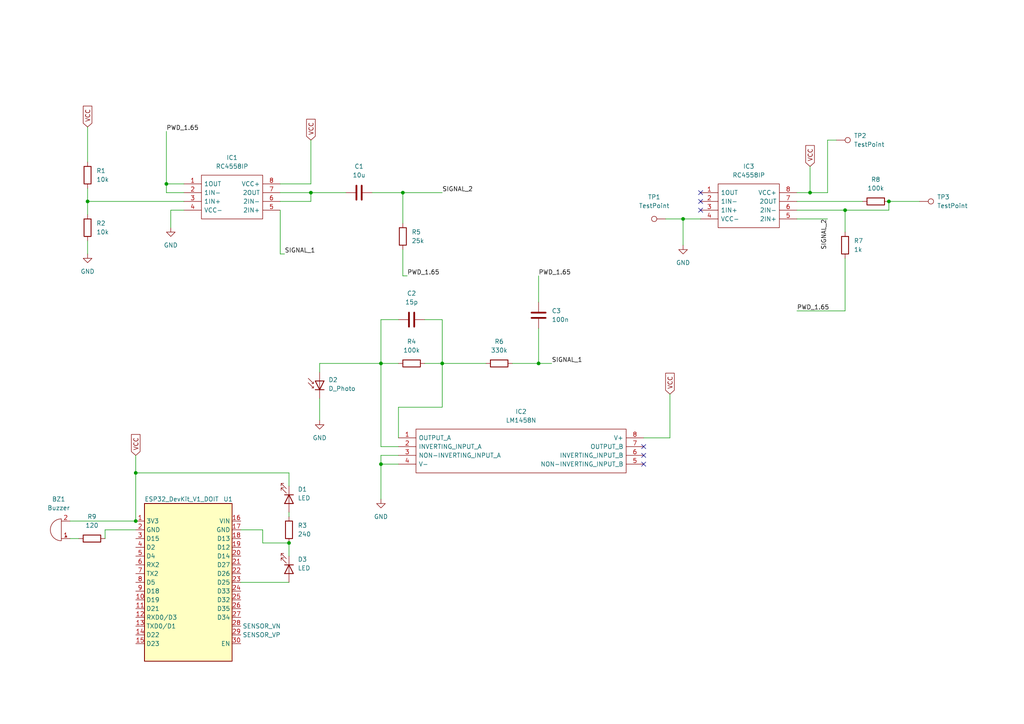
<source format=kicad_sch>
(kicad_sch (version 20211123) (generator eeschema)
  (paper "A4")
  (lib_symbols
    (symbol "Connector:TestPoint" (pin_numbers hide) (pin_names (offset 0.762) hide)
      (property "Reference" "TP" (at 0 6.858 0))
      (property "Value" "TestPoint" (at 0 5.08 0))
      (symbol "TestPoint_0_1"
        (circle (center 0 3.302) (radius 0.762))
      )
      (symbol "TestPoint_1_1"
        (pin passive line (at 0 0 90) (length 2.54) (name "1") (number "1"))
      )
    )
    (symbol "Device:Buzzer" (pin_names (offset 0.0254) hide)
      (property "Reference" "BZ" (at 3.81 1.27 0))
      (property "Value" "Buzzer" (at 3.81 -1.27 0))
      (symbol "Buzzer_0_1"
        (arc (start 0 -3.175) (mid 3.175 0) (end 0 3.175))
        (polyline (pts (xy -1.651 1.905) (xy -1.143 1.905)))
        (polyline (pts (xy -1.397 2.159) (xy -1.397 1.651)))
        (polyline (pts (xy 0 3.175) (xy 0 -3.175)))
      )
      (symbol "Buzzer_1_1"
        (pin passive line (at -2.54 2.54 0) (length 2.54) (name "-") (number "1"))
        (pin passive line (at -2.54 -2.54 0) (length 2.54) (name "+") (number "2"))
      )
    )
    (symbol "Device:C" (pin_numbers hide) (pin_names (offset 0.254))
      (property "Reference" "C" (at 0.635 2.54 0))
      (property "Value" "C" (at 0.635 -2.54 0))
      (symbol "C_0_1"
        (polyline (pts (xy -2.032 -0.762) (xy 2.032 -0.762)) (stroke (width 0.508)))
        (polyline (pts (xy -2.032 0.762) (xy 2.032 0.762)) (stroke (width 0.508)))
      )
      (symbol "C_1_1"
        (pin passive line (at 0 3.81 270) (length 2.794) (name "~") (number "1"))
        (pin passive line (at 0 -3.81 90) (length 2.794) (name "~") (number "2"))
      )
    )
    (symbol "Device:D_Photo" (pin_numbers hide) (pin_names hide)
      (property "Reference" "D" (at 0.508 1.778 0))
      (property "Value" "D_Photo" (at -1.016 -2.794 0))
      (symbol "D_Photo_0_1"
        (polyline (pts (xy -2.54 1.27) (xy -2.54 -1.27)) (stroke (width 0.254)))
        (polyline (pts (xy -2.032 1.778) (xy -1.524 1.778)))
        (polyline (pts (xy 0 0) (xy -2.54 0)))
        (polyline (pts (xy -0.508 3.302) (xy -2.032 1.778) (xy -2.032 2.286)))
        (polyline (pts (xy 0 -1.27) (xy 0 1.27) (xy -2.54 0) (xy 0 -1.27)) (stroke (width 0.254)))
        (polyline (pts (xy 0.762 3.302) (xy -0.762 1.778) (xy -0.762 2.286) (xy -0.762 1.778) (xy -0.254 1.778)))
      )
      (symbol "D_Photo_1_1"
        (pin passive line (at -5.08 0 0) (length 2.54) (name "K") (number "1"))
        (pin passive line (at 2.54 0 180) (length 2.54) (name "A") (number "2"))
      )
    )
    (symbol "Device:LED" (pin_numbers hide) (pin_names (offset 1.016) hide)
      (property "Reference" "D" (at 0 2.54 0))
      (property "Value" "LED" (at 0 -2.54 0))
      (symbol "LED_0_1"
        (polyline (pts (xy -1.27 -1.27) (xy -1.27 1.27)) (stroke (width 0.254)))
        (polyline (pts (xy -1.27 0) (xy 1.27 0)))
        (polyline (pts (xy 1.27 -1.27) (xy 1.27 1.27) (xy -1.27 0) (xy 1.27 -1.27)) (stroke (width 0.254)))
        (polyline (pts (xy -3.048 -0.762) (xy -4.572 -2.286) (xy -3.81 -2.286) (xy -4.572 -2.286) (xy -4.572 -1.524)))
        (polyline (pts (xy -1.778 -0.762) (xy -3.302 -2.286) (xy -2.54 -2.286) (xy -3.302 -2.286) (xy -3.302 -1.524)))
      )
      (symbol "LED_1_1"
        (pin passive line (at -3.81 0 0) (length 2.54) (name "K") (number "1"))
        (pin passive line (at 3.81 0 180) (length 2.54) (name "A") (number "2"))
      )
    )
    (symbol "Device:R" (pin_numbers hide) (pin_names (offset 0))
      (property "Reference" "R" (at 2.032 0 90))
      (property "Value" "R" (at 0 0 90))
      (symbol "R_0_1"
        (rectangle (start -1.016 -2.54) (end 1.016 2.54) (stroke (width 0.254)))
      )
      (symbol "R_1_1"
        (pin passive line (at 0 3.81 270) (length 1.27) (name "~") (number "1"))
        (pin passive line (at 0 -3.81 90) (length 1.27) (name "~") (number "2"))
      )
    )
    (symbol "LM1458N:LM1458N" (pin_names (offset 0.762))
      (property "Reference" "IC" (at 67.31 7.62 0))
      (property "Value" "LM1458N" (at 67.31 5.08 0))
      (symbol "LM1458N_0_0"
        (pin passive line (at 0 0 0) (length 5.08) (name "OUTPUT_A") (number "1"))
        (pin passive line (at 0 -2.54 0) (length 5.08) (name "INVERTING_INPUT_A") (number "2"))
        (pin passive line (at 0 -5.08 0) (length 5.08) (name "NON-INVERTING_INPUT_A") (number "3"))
        (pin passive line (at 0 -7.62 0) (length 5.08) (name "V-") (number "4"))
        (pin passive line (at 71.12 -7.62 180) (length 5.08) (name "NON-INVERTING_INPUT_B") (number "5"))
        (pin passive line (at 71.12 -5.08 180) (length 5.08) (name "INVERTING_INPUT_B") (number "6"))
        (pin passive line (at 71.12 -2.54 180) (length 5.08) (name "OUTPUT_B") (number "7"))
        (pin passive line (at 71.12 0 180) (length 5.08) (name "V+") (number "8"))
      )
      (symbol "LM1458N_0_1"
        (polyline (pts (xy 5.08 2.54) (xy 66.04 2.54) (xy 66.04 -10.16) (xy 5.08 -10.16) (xy 5.08 2.54)) (stroke (width 0.1524)))
      )
    )
    (symbol "RC4558IP:RC4558IP" (pin_names (offset 0.762))
      (property "Reference" "IC" (at 24.13 7.62 0))
      (property "Value" "RC4558IP" (at 24.13 5.08 0))
      (symbol "RC4558IP_0_0"
        (pin passive line (at 0 0 0) (length 5.08) (name "1OUT") (number "1"))
        (pin passive line (at 0 -2.54 0) (length 5.08) (name "1IN-") (number "2"))
        (pin passive line (at 0 -5.08 0) (length 5.08) (name "1IN+") (number "3"))
        (pin passive line (at 0 -7.62 0) (length 5.08) (name "VCC-") (number "4"))
        (pin passive line (at 27.94 -7.62 180) (length 5.08) (name "2IN+") (number "5"))
        (pin passive line (at 27.94 -5.08 180) (length 5.08) (name "2IN-") (number "6"))
        (pin passive line (at 27.94 -2.54 180) (length 5.08) (name "2OUT") (number "7"))
        (pin passive line (at 27.94 0 180) (length 5.08) (name "VCC+") (number "8"))
      )
      (symbol "RC4558IP_0_1"
        (polyline (pts (xy 5.08 2.54) (xy 22.86 2.54) (xy 22.86 -10.16) (xy 5.08 -10.16) (xy 5.08 2.54)) (stroke (width 0.1524)))
      )
    )
    (symbol "esp32_devkit_v1_doit:ESP32_DevKit_V1_DOIT"
      (property "Reference" "U?" (at 10.16 34.29 0))
      (property "Value" "ESP32_DevKit_V1_DOIT" (at -12.7 34.29 0))
      (symbol "ESP32_DevKit_V1_DOIT_1_1"
        (rectangle (start -12.7 33.02) (end 12.7 -12.7) (stroke (width 0.254)) (fill (type background)))
        (pin power_in line (at -15.24 27.94 0) (length 2.54) (name "3V3") (number "1"))
        (pin bidirectional line (at -15.24 5.08 0) (length 2.54) (name "D19") (number "10"))
        (pin bidirectional line (at -15.24 2.54 0) (length 2.54) (name "D21") (number "11"))
        (pin bidirectional line (at -15.24 0 0) (length 2.54) (name "RXD0/D3") (number "12"))
        (pin bidirectional line (at -15.24 -2.54 0) (length 2.54) (name "TXD0/D1") (number "13"))
        (pin bidirectional line (at -15.24 -5.08 0) (length 2.54) (name "D22") (number "14"))
        (pin bidirectional line (at -15.24 -7.62 0) (length 2.54) (name "D23") (number "15"))
        (pin power_in line (at 15.24 27.94 180) (length 2.54) (name "VIN") (number "16"))
        (pin power_in line (at 15.24 25.4 180) (length 2.54) (name "GND") (number "17"))
        (pin bidirectional line (at 15.24 22.86 180) (length 2.54) (name "D13") (number "18"))
        (pin bidirectional line (at 15.24 20.32 180) (length 2.54) (name "D12") (number "19"))
        (pin power_in line (at -15.24 25.4 0) (length 2.54) (name "GND") (number "2"))
        (pin bidirectional line (at 15.24 17.78 180) (length 2.54) (name "D14") (number "20"))
        (pin bidirectional line (at 15.24 15.24 180) (length 2.54) (name "D27") (number "21"))
        (pin bidirectional line (at 15.24 12.7 180) (length 2.54) (name "D26") (number "22"))
        (pin bidirectional line (at 15.24 10.16 180) (length 2.54) (name "D25") (number "23"))
        (pin bidirectional line (at 15.24 7.62 180) (length 2.54) (name "D33") (number "24"))
        (pin bidirectional line (at 15.24 5.08 180) (length 2.54) (name "D32") (number "25"))
        (pin input line (at 15.24 2.54 180) (length 2.54) (name "D35") (number "26"))
        (pin input line (at 15.24 0 180) (length 2.54) (name "D34") (number "27"))
        (pin input line (at 12.7 -2.54 0) (length 2.54) (name "SENSOR_VN") (number "28"))
        (pin input line (at 12.7 -5.08 0) (length 2.54) (name "SENSOR_VP") (number "29"))
        (pin bidirectional line (at -15.24 22.86 0) (length 2.54) (name "D15") (number "3"))
        (pin input line (at 15.24 -7.62 180) (length 2.54) (name "EN") (number "30"))
        (pin bidirectional line (at -15.24 20.32 0) (length 2.54) (name "D2") (number "4"))
        (pin bidirectional line (at -15.24 17.78 0) (length 2.54) (name "D4") (number "5"))
        (pin bidirectional line (at -15.24 15.24 0) (length 2.54) (name "RX2") (number "6"))
        (pin bidirectional line (at -15.24 12.7 0) (length 2.54) (name "TX2") (number "7"))
        (pin bidirectional line (at -15.24 10.16 0) (length 2.54) (name "D5") (number "8"))
        (pin bidirectional line (at -15.24 7.62 0) (length 2.54) (name "D18") (number "9"))
      )
    )
    (symbol "power:GND" (power) (pin_names (offset 0))
      (property "Value" "GND" (at 0 -3.81 0))
      (symbol "GND_0_1"
        (polyline (pts (xy 0 0) (xy 0 -1.27) (xy 1.27 -1.27) (xy 0 -2.54) (xy -1.27 -1.27) (xy 0 -1.27)))
      )
      (symbol "GND_1_1"
        (pin power_in line (at 0 0 270) (length 0) hide (name "GND") (number "1"))
      )
    )
  )
  (junction (at 116.84 55.88))
  (junction (at 39.37 151.13))
  (junction (at 110.49 105.41))
  (junction (at 234.95 55.88))
  (junction (at 245.11 60.96))
  (junction (at 83.82 157.48))
  (junction (at 198.12 63.5))
  (junction (at 128.27 105.41))
  (junction (at 156.21 105.41))
  (junction (at 48.26 53.34))
  (junction (at 257.81 58.42))
  (junction (at 39.37 137.16))
  (junction (at 25.4 58.42))
  (junction (at 90.17 55.88))
  (junction (at 110.49 134.62))
  (no_connect (at 186.69 129.54))
  (no_connect (at 186.69 134.62))
  (no_connect (at 186.69 132.08))
  (no_connect (at 203.2 55.88))
  (no_connect (at 203.2 58.42))
  (no_connect (at 203.2 60.96))
  (wire (pts (xy 231.14 55.88) (xy 234.95 55.88)))
  (wire (pts (xy 76.2 157.48) (xy 76.2 153.67)))
  (wire (pts (xy 245.11 60.96) (xy 245.11 67.31)))
  (wire (pts (xy 116.84 80.01) (xy 118.11 80.01)))
  (wire (pts (xy 90.17 55.88) (xy 100.33 55.88)))
  (wire (pts (xy 123.19 92.71) (xy 128.27 92.71)))
  (wire (pts (xy 25.4 36.83) (xy 25.4 46.99)))
  (wire (pts (xy 203.2 63.5) (xy 198.12 63.5)))
  (wire (pts (xy 49.53 60.96) (xy 53.34 60.96)))
  (wire (pts (xy 76.2 153.67) (xy 69.85 153.67)))
  (wire (pts (xy 81.28 73.66) (xy 82.55 73.66)))
  (wire (pts (xy 115.57 105.41) (xy 110.49 105.41)))
  (wire (pts (xy 115.57 118.11) (xy 128.27 118.11)))
  (wire (pts (xy 107.95 55.88) (xy 116.84 55.88)))
  (wire (pts (xy 90.17 55.88) (xy 90.17 58.42)))
  (wire (pts (xy 240.03 40.64) (xy 240.03 55.88)))
  (wire (pts (xy 193.04 63.5) (xy 198.12 63.5)))
  (wire (pts (xy 231.14 63.5) (xy 240.03 63.5)))
  (wire (pts (xy 128.27 105.41) (xy 128.27 118.11)))
  (wire (pts (xy 83.82 157.48) (xy 83.82 161.29)))
  (wire (pts (xy 110.49 134.62) (xy 115.57 134.62)))
  (wire (pts (xy 110.49 134.62) (xy 110.49 144.78)))
  (wire (pts (xy 69.85 168.91) (xy 83.82 168.91)))
  (wire (pts (xy 245.11 60.96) (xy 257.81 60.96)))
  (wire (pts (xy 25.4 69.85) (xy 25.4 73.66)))
  (wire (pts (xy 128.27 105.41) (xy 128.27 92.71)))
  (wire (pts (xy 234.95 55.88) (xy 234.95 48.26)))
  (wire (pts (xy 92.71 105.41) (xy 110.49 105.41)))
  (wire (pts (xy 156.21 105.41) (xy 160.02 105.41)))
  (wire (pts (xy 49.53 60.96) (xy 49.53 66.04)))
  (wire (pts (xy 115.57 132.08) (xy 110.49 132.08)))
  (wire (pts (xy 245.11 90.17) (xy 245.11 74.93)))
  (wire (pts (xy 20.32 156.21) (xy 22.86 156.21)))
  (wire (pts (xy 92.71 107.95) (xy 92.71 105.41)))
  (wire (pts (xy 110.49 105.41) (xy 110.49 92.71)))
  (wire (pts (xy 257.81 58.42) (xy 266.7 58.42)))
  (wire (pts (xy 231.14 58.42) (xy 250.19 58.42)))
  (wire (pts (xy 39.37 151.13) (xy 39.37 137.16)))
  (wire (pts (xy 48.26 53.34) (xy 48.26 55.88)))
  (wire (pts (xy 39.37 132.08) (xy 39.37 137.16)))
  (wire (pts (xy 186.69 127) (xy 194.31 127)))
  (wire (pts (xy 83.82 148.59) (xy 83.82 149.86)))
  (wire (pts (xy 30.48 153.67) (xy 39.37 153.67)))
  (wire (pts (xy 30.48 156.21) (xy 30.48 153.67)))
  (wire (pts (xy 92.71 115.57) (xy 92.71 121.92)))
  (wire (pts (xy 115.57 127) (xy 115.57 118.11)))
  (wire (pts (xy 81.28 53.34) (xy 90.17 53.34)))
  (wire (pts (xy 53.34 55.88) (xy 48.26 55.88)))
  (wire (pts (xy 81.28 55.88) (xy 90.17 55.88)))
  (wire (pts (xy 110.49 105.41) (xy 110.49 129.54)))
  (wire (pts (xy 25.4 54.61) (xy 25.4 58.42)))
  (wire (pts (xy 83.82 157.48) (xy 76.2 157.48)))
  (wire (pts (xy 156.21 95.25) (xy 156.21 105.41)))
  (wire (pts (xy 116.84 72.39) (xy 116.84 80.01)))
  (wire (pts (xy 83.82 137.16) (xy 83.82 140.97)))
  (wire (pts (xy 128.27 105.41) (xy 140.97 105.41)))
  (wire (pts (xy 116.84 55.88) (xy 116.84 64.77)))
  (wire (pts (xy 194.31 127) (xy 194.31 114.3)))
  (wire (pts (xy 90.17 53.34) (xy 90.17 40.64)))
  (wire (pts (xy 148.59 105.41) (xy 156.21 105.41)))
  (wire (pts (xy 20.32 151.13) (xy 39.37 151.13)))
  (wire (pts (xy 234.95 55.88) (xy 240.03 55.88)))
  (wire (pts (xy 90.17 58.42) (xy 81.28 58.42)))
  (wire (pts (xy 123.19 105.41) (xy 128.27 105.41)))
  (wire (pts (xy 25.4 58.42) (xy 25.4 62.23)))
  (wire (pts (xy 116.84 55.88) (xy 128.27 55.88)))
  (wire (pts (xy 156.21 80.01) (xy 156.21 87.63)))
  (wire (pts (xy 25.4 58.42) (xy 53.34 58.42)))
  (wire (pts (xy 81.28 60.96) (xy 81.28 73.66)))
  (wire (pts (xy 48.26 53.34) (xy 53.34 53.34)))
  (wire (pts (xy 110.49 92.71) (xy 115.57 92.71)))
  (wire (pts (xy 110.49 132.08) (xy 110.49 134.62)))
  (wire (pts (xy 198.12 63.5) (xy 198.12 71.12)))
  (wire (pts (xy 242.57 40.64) (xy 240.03 40.64)))
  (wire (pts (xy 39.37 137.16) (xy 83.82 137.16)))
  (wire (pts (xy 231.14 90.17) (xy 245.11 90.17)))
  (wire (pts (xy 110.49 129.54) (xy 115.57 129.54)))
  (wire (pts (xy 48.26 38.1) (xy 48.26 53.34)))
  (wire (pts (xy 231.14 60.96) (xy 245.11 60.96)))
  (wire (pts (xy 257.81 60.96) (xy 257.81 58.42)))
  (label "PWD_1.65" (at 231.14 90.17 0))
  (label "PWD_1.65" (at 118.11 80.01 0))
  (label "SIGNAL_2" (at 240.03 63.5 270))
  (label "SIGNAL_1" (at 160.02 105.41 0))
  (label "SIGNAL_2" (at 128.27 55.88 0))
  (label "PWD_1.65" (at 156.21 80.01 0))
  (label "PWD_1.65" (at 48.26 38.1 0))
  (label "SIGNAL_1" (at 82.55 73.66 0))
  (global_label "VCC" (shape input) (at 25.4 36.83 90) (property "Referencias entre hojas" "${INTERSHEET_REFS}" (effects hide)))
  (global_label "VCC" (shape input) (at 90.17 40.64 90) (property "Referencias entre hojas" "${INTERSHEET_REFS}" (effects hide)))
  (global_label "VCC" (shape input) (at 194.31 114.3 90) (property "Referencias entre hojas" "${INTERSHEET_REFS}" (effects hide)))
  (global_label "VCC" (shape input) (at 234.95 48.26 90) (property "Referencias entre hojas" "${INTERSHEET_REFS}" (effects hide)))
  (global_label "VCC" (shape input) (at 39.37 132.08 90) (property "Referencias entre hojas" "${INTERSHEET_REFS}" (effects hide)))
  (symbol (lib_id "Device:LED") (at 83.82 165.1 270) (unit 1)
    (property "Reference" "D3" (at 86.36 162.2424 90) (effects (justify left)))
    (property "Value" "LED" (at 86.36 164.7824 90) (effects (justify left)))
    (property "Footprint" "LED_THT:LED_D3.0mm_FlatTop" (effects hide))
  )
  (symbol (lib_id "Connector:TestPoint") (at 242.57 40.64 270) (unit 1)
    (property "Reference" "TP2" (at 247.65 39.3699 90) (effects (justify left)))
    (property "Value" "TestPoint" (at 247.65 41.9099 90) (effects (justify left)))
    (property "Footprint" "TestPoint:TestPoint_Keystone_5015_Micro-Minature" (effects hide))
  )
  (symbol (lib_id "Connector:TestPoint") (at 266.7 58.42 270) (unit 1)
    (property "Reference" "TP3" (at 271.78 57.1499 90) (effects (justify left)))
    (property "Value" "TestPoint" (at 271.78 59.6899 90) (effects (justify left)))
    (property "Footprint" "TestPoint:TestPoint_Keystone_5015_Micro-Minature" (effects hide))
  )
  (symbol (lib_id "Device:R") (at 245.11 71.12 0) (unit 1)
    (property "Reference" "R7" (at 247.65 69.8499 0) (effects (justify left)))
    (property "Value" "1k" (at 247.65 72.3899 0) (effects (justify left)))
    (property "Footprint" "Resistor_THT:R_Axial_DIN0414_L11.9mm_D4.5mm_P15.24mm_Horizontal" (effects hide))
  )
  (symbol (lib_id "Device:R") (at 26.67 156.21 90) (unit 1)
    (property "Reference" "R9" (at 26.67 149.86 90))
    (property "Value" "120" (at 26.67 152.4 90))
    (property "Footprint" "Resistor_THT:R_Axial_DIN0414_L11.9mm_D4.5mm_P15.24mm_Horizontal" (effects hide))
  )
  (symbol (lib_id "power:GND") (at 25.4 73.66 0) (unit 1)
    (property "Reference" "#PWR01" (effects hide))
    (property "Value" "GND" (at 25.4 78.74 0))
  )
  (symbol (lib_id "power:GND") (at 110.49 144.78 0) (unit 1)
    (property "Reference" "#PWR05" (effects hide))
    (property "Value" "GND" (at 110.49 149.86 0))
  )
  (symbol (lib_id "Device:LED") (at 83.82 144.78 270) (unit 1)
    (property "Reference" "D1" (at 86.36 141.9224 90) (effects (justify left)))
    (property "Value" "LED" (at 86.36 144.4624 90) (effects (justify left)))
    (property "Footprint" "LED_THT:LED_D3.0mm_Clear" (effects hide))
  )
  (symbol (lib_id "Device:C") (at 104.14 55.88 90) (unit 1)
    (property "Reference" "C1" (at 104.14 48.26 90))
    (property "Value" "10u" (at 104.14 50.8 90))
    (property "Footprint" "Capacitor_THT:CP_Radial_Tantal_D7.0mm_P5.00mm" (effects hide))
  )
  (symbol (lib_id "Device:R") (at 25.4 50.8 0) (unit 1)
    (property "Reference" "R1" (at 27.94 49.5299 0) (effects (justify left)))
    (property "Value" "10k" (at 27.94 52.0699 0) (effects (justify left)))
    (property "Footprint" "Resistor_THT:R_Axial_DIN0414_L11.9mm_D4.5mm_P15.24mm_Horizontal" (effects hide))
  )
  (symbol (lib_id "Device:R") (at 116.84 68.58 0) (unit 1)
    (property "Reference" "R5" (at 119.38 67.3099 0) (effects (justify left)))
    (property "Value" "25k" (at 119.38 69.8499 0) (effects (justify left)))
    (property "Footprint" "Resistor_THT:R_Axial_DIN0414_L11.9mm_D4.5mm_P15.24mm_Horizontal" (effects hide))
  )
  (symbol (lib_id "Device:Buzzer") (at 17.78 153.67 180) (unit 1)
    (property "Reference" "BZ1" (at 17.018 144.78 0))
    (property "Value" "Buzzer" (at 17.018 147.32 0))
    (property "Footprint" "Buzzer_Beeper:MagneticBuzzer_Kingstate_KCG0601" (effects hide))
  )
  (symbol (lib_id "power:GND") (at 198.12 71.12 0) (unit 1)
    (property "Reference" "#PWR06" (effects hide))
    (property "Value" "GND" (at 198.12 76.2 0))
  )
  (symbol (lib_id "Device:C") (at 119.38 92.71 90) (unit 1)
    (property "Reference" "C2" (at 119.38 85.09 90))
    (property "Value" "15p" (at 119.38 87.63 90))
    (property "Footprint" "Capacitor_THT:CP_Radial_D8.0mm_P3.80mm" (effects hide))
  )
  (symbol (lib_id "Device:C") (at 156.21 91.44 180) (unit 1)
    (property "Reference" "C3" (at 160.02 90.1699 0) (effects (justify right)))
    (property "Value" "100n" (at 160.02 92.7099 0) (effects (justify right)))
    (property "Footprint" "Capacitor_THT:CP_Radial_Tantal_D7.0mm_P5.00mm" (effects hide))
  )
  (symbol (lib_id "Device:R") (at 144.78 105.41 270) (unit 1)
    (property "Reference" "R6" (at 144.78 99.06 90))
    (property "Value" "330k" (at 144.78 101.6 90))
    (property "Footprint" "Resistor_THT:R_Axial_DIN0414_L11.9mm_D4.5mm_P15.24mm_Horizontal" (effects hide))
  )
  (symbol (lib_id "RC4558IP:RC4558IP") (at 53.34 53.34 0) (unit 1)
    (property "Reference" "IC1" (at 67.31 45.72 0))
    (property "Value" "RC4558IP" (at 67.31 48.26 0))
    (property "Footprint" "Custom:DIP794W53P254L959H508Q8N" (effects hide))
    (property "Datasheet" "http://www.ti.com/lit/gpn/rc4558" (effects hide))
    (property "Description" "Texas Instruments RC4558IP, Dual Op Amp, 3MHz, 8-Pin PDIP" (effects hide))
    (property "Height" "5.08" (effects hide))
    (property "Manufacturer_Name" "Texas Instruments" (effects hide))
    (property "Manufacturer_Part_Number" "RC4558IP" (effects hide))
    (property "Mouser Part Number" "595-RC4558IP" (effects hide))
    (property "Mouser Price/Stock" "https://www.mouser.co.uk/ProductDetail/Texas-Instruments/RC4558IP?qs=sSOk4GDDv7zXw9S8NJTfqw%3D%3D" (effects hide))
    (property "Arrow Part Number" "RC4558IP" (effects hide))
    (property "Arrow Price/Stock" "https://www.arrow.com/en/products/rc4558ip/texas-instruments" (effects hide))
  )
  (symbol (lib_id "Device:R") (at 83.82 153.67 0) (unit 1)
    (property "Reference" "R3" (at 86.36 152.3999 0) (effects (justify left)))
    (property "Value" "240" (at 86.36 154.9399 0) (effects (justify left)))
    (property "Footprint" "Resistor_THT:R_Axial_DIN0414_L11.9mm_D4.5mm_P15.24mm_Horizontal" (effects hide))
  )
  (symbol (lib_id "power:GND") (at 92.71 121.92 0) (unit 1)
    (property "Reference" "#PWR04" (effects hide))
    (property "Value" "GND" (at 92.71 127 0))
  )
  (symbol (lib_id "esp32_devkit_v1_doit:ESP32_DevKit_V1_DOIT") (at 54.61 179.07 0) (unit 1)
    (property "Reference" "U1" (at 64.77 144.78 0) (effects (justify left)))
    (property "Value" "ESP32_DevKit_V1_DOIT" (at 41.91 144.78 0) (effects (justify left)))
    (property "Footprint" "esp32_devkit_v1_doit:esp32_devkit_v1_doit" (effects hide))
    (property "Datasheet" "https://aliexpress.com/item/32864722159.html" (effects hide))
  )
  (symbol (lib_id "Connector:TestPoint") (at 193.04 63.5 90) (unit 1)
    (property "Reference" "TP1" (at 189.738 57.15 90))
    (property "Value" "TestPoint" (at 189.738 59.69 90))
    (property "Footprint" "TestPoint:TestPoint_Keystone_5015_Micro-Minature" (effects hide))
  )
  (symbol (lib_id "Device:R") (at 119.38 105.41 270) (unit 1)
    (property "Reference" "R4" (at 119.38 99.06 90))
    (property "Value" "100k" (at 119.38 101.6 90))
    (property "Footprint" "Resistor_THT:R_Axial_DIN0414_L11.9mm_D4.5mm_P15.24mm_Horizontal" (effects hide))
  )
  (symbol (lib_id "Device:R") (at 25.4 66.04 0) (unit 1)
    (property "Reference" "R2" (at 27.94 64.7699 0) (effects (justify left)))
    (property "Value" "10k" (at 27.94 67.3099 0) (effects (justify left)))
    (property "Footprint" "Resistor_THT:R_Axial_DIN0414_L11.9mm_D4.5mm_P15.24mm_Horizontal" (effects hide))
  )
  (symbol (lib_id "LM1458N:LM1458N") (at 115.57 127 0) (unit 1)
    (property "Reference" "IC2" (at 151.13 119.38 0))
    (property "Value" "LM1458N" (at 151.13 121.92 0))
    (property "Footprint" "Custom:MC1458N" (effects hide))
    (property "Datasheet" "http://www.ti.com/general/docs/suppproductinfo.tsp?distId=10&gotoUrl=http%3A%2F%2Fwww.ti.com%2Flit%2Fgpn%2Flm1458" (effects hide))
    (property "Description" "OP AMP" (effects hide))
    (property "Height" "5.08" (effects hide))
    (property "Manufacturer_Name" "Texas Instruments" (effects hide))
    (property "Manufacturer_Part_Number" "LM1458N" (effects hide))
    (property "Mouser Part Number" "926-LM1458N" (effects hide))
    (property "Mouser Price/Stock" "https://www.mouser.co.uk/ProductDetail/Texas-Instruments/LM1458N?qs=X1J7HmVL2ZFsK75Cxm3iBQ%3D%3D" (effects hide))
  )
  (symbol (lib_id "Device:R") (at 254 58.42 90) (unit 1)
    (property "Reference" "R8" (at 254 52.07 90))
    (property "Value" "100k" (at 254 54.61 90))
    (property "Footprint" "Resistor_THT:R_Axial_DIN0414_L11.9mm_D4.5mm_P15.24mm_Horizontal" (effects hide))
  )
  (symbol (lib_id "Device:D_Photo") (at 92.71 110.49 90) (unit 1)
    (property "Reference" "D2" (at 95.25 110.1724 90) (effects (justify right)))
    (property "Value" "D_Photo" (at 95.25 112.7124 90) (effects (justify right)))
    (property "Footprint" "LED_SMD:LED_2010_5025Metric" (effects hide))
  )
  (symbol (lib_id "power:GND") (at 49.53 66.04 0) (unit 1)
    (property "Reference" "#PWR03" (effects hide))
    (property "Value" "GND" (at 49.53 71.12 0))
  )
  (symbol (lib_id "RC4558IP:RC4558IP") (at 203.2 55.88 0) (unit 1)
    (property "Reference" "IC3" (at 217.17 48.26 0))
    (property "Value" "RC4558IP" (at 217.17 50.8 0))
    (property "Footprint" "Custom:DIP794W53P254L959H508Q8N" (effects hide))
    (property "Datasheet" "http://www.ti.com/lit/gpn/rc4558" (effects hide))
    (property "Description" "Texas Instruments RC4558IP, Dual Op Amp, 3MHz, 8-Pin PDIP" (effects hide))
    (property "Height" "5.08" (effects hide))
    (property "Manufacturer_Name" "Texas Instruments" (effects hide))
    (property "Manufacturer_Part_Number" "RC4558IP" (effects hide))
    (property "Mouser Part Number" "595-RC4558IP" (effects hide))
    (property "Mouser Price/Stock" "https://www.mouser.co.uk/ProductDetail/Texas-Instruments/RC4558IP?qs=sSOk4GDDv7zXw9S8NJTfqw%3D%3D" (effects hide))
    (property "Arrow Part Number" "RC4558IP" (effects hide))
    (property "Arrow Price/Stock" "https://www.arrow.com/en/products/rc4558ip/texas-instruments" (effects hide))
  )
)
</source>
